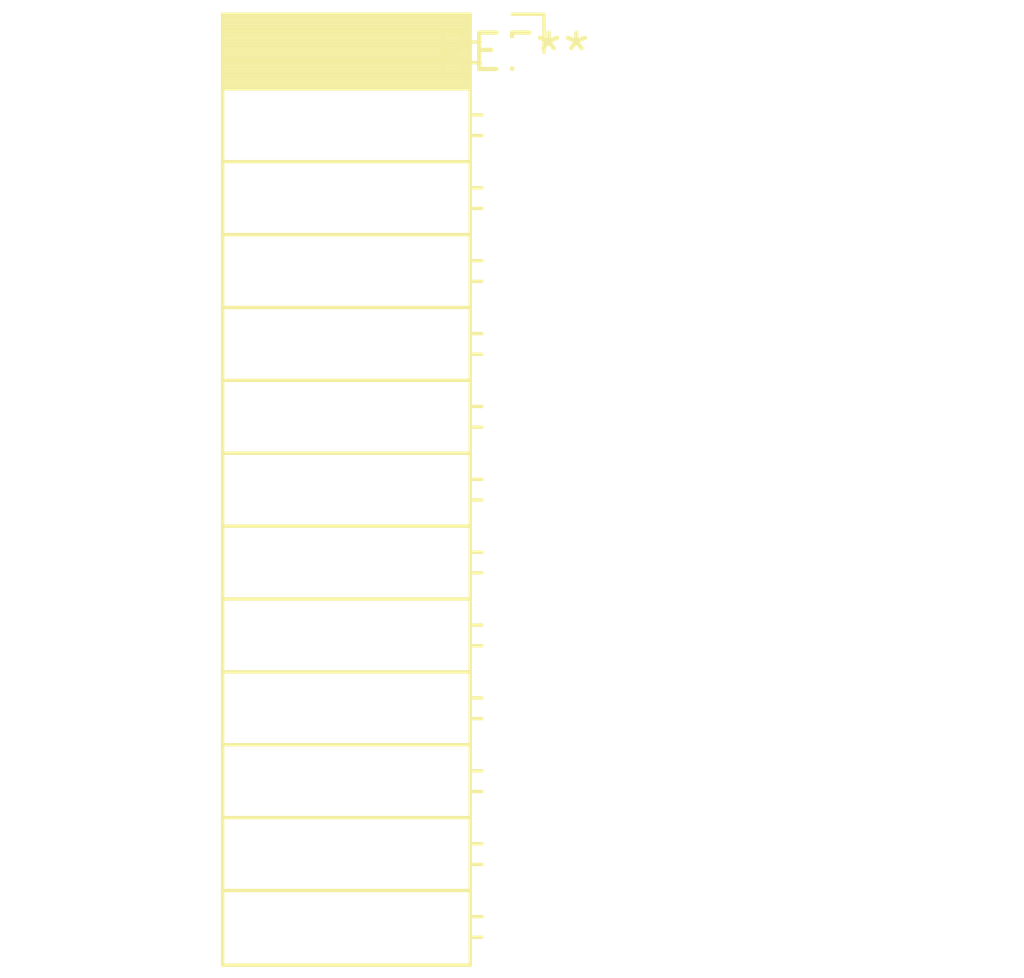
<source format=kicad_pcb>
(kicad_pcb (version 20240108) (generator pcbnew)
  (layers (0 "F.Cu" signal) (31 "B.Cu" signal) (34 "B.Paste" user) (35 "F.Paste" user) (36 "B.SilkS" user "B.Silkscreen") (37 "F.SilkS" user "F.Silkscreen") (38 "B.Mask" user) (39 "F.Mask" user) (44 "Edge.Cuts" user))
  (net 0 "")
  (footprint "PinSocket_1x13_P2.54mm_Horizontal" (layer "F.Cu") (at 0 0)
    (property "Reference" "REF**")
    (property "Value" "PinSocket_1x13_P2.54mm_Horizontal")
    (fp_line (start -10.09 -1.33) (end -10.09 31.81) (layer "F.SilkS") (stroke (width 0.12)))
    (fp_line (start -10.09 -1.33) (end -1.46 -1.33) (layer "F.SilkS") (stroke (width 0.12)))
    (fp_line (start -10.09 -1.21) (end -1.46 -1.21) (layer "F.SilkS") (stroke (width 0.12)))
    (fp_line (start -10.09 -1.091905) (end -1.46 -1.091905) (layer "F.SilkS") (stroke (width 0.12)))
    (fp_line (start -10.09 -0.97381) (end -1.46 -0.97381) (layer "F.SilkS") (stroke (width 0.12)))
    (fp_line (start -10.09 -0.855715) (end -1.46 -0.855715) (layer "F.SilkS") (stroke (width 0.12)))
    (fp_line (start -10.09 -0.73762) (end -1.46 -0.73762) (layer "F.SilkS") (stroke (width 0.12)))
    (fp_line (start -10.09 -0.619525) (end -1.46 -0.619525) (layer "F.SilkS") (stroke (width 0.12)))
    (fp_line (start -10.09 -0.50143) (end -1.46 -0.50143) (layer "F.SilkS") (stroke (width 0.12)))
    (fp_line (start -10.09 -0.383335) (end -1.46 -0.383335) (layer "F.SilkS") (stroke (width 0.12)))
    (fp_line (start -10.09 -0.26524) (end -1.46 -0.26524) (layer "F.SilkS") (stroke (width 0.12)))
    (fp_line (start -10.09 -0.147145) (end -1.46 -0.147145) (layer "F.SilkS") (stroke (width 0.12)))
    (fp_line (start -10.09 -0.02905) (end -1.46 -0.02905) (layer "F.SilkS") (stroke (width 0.12)))
    (fp_line (start -10.09 0.089045) (end -1.46 0.089045) (layer "F.SilkS") (stroke (width 0.12)))
    (fp_line (start -10.09 0.20714) (end -1.46 0.20714) (layer "F.SilkS") (stroke (width 0.12)))
    (fp_line (start -10.09 0.325235) (end -1.46 0.325235) (layer "F.SilkS") (stroke (width 0.12)))
    (fp_line (start -10.09 0.44333) (end -1.46 0.44333) (layer "F.SilkS") (stroke (width 0.12)))
    (fp_line (start -10.09 0.561425) (end -1.46 0.561425) (layer "F.SilkS") (stroke (width 0.12)))
    (fp_line (start -10.09 0.67952) (end -1.46 0.67952) (layer "F.SilkS") (stroke (width 0.12)))
    (fp_line (start -10.09 0.797615) (end -1.46 0.797615) (layer "F.SilkS") (stroke (width 0.12)))
    (fp_line (start -10.09 0.91571) (end -1.46 0.91571) (layer "F.SilkS") (stroke (width 0.12)))
    (fp_line (start -10.09 1.033805) (end -1.46 1.033805) (layer "F.SilkS") (stroke (width 0.12)))
    (fp_line (start -10.09 1.1519) (end -1.46 1.1519) (layer "F.SilkS") (stroke (width 0.12)))
    (fp_line (start -10.09 1.27) (end -1.46 1.27) (layer "F.SilkS") (stroke (width 0.12)))
    (fp_line (start -10.09 3.81) (end -1.46 3.81) (layer "F.SilkS") (stroke (width 0.12)))
    (fp_line (start -10.09 6.35) (end -1.46 6.35) (layer "F.SilkS") (stroke (width 0.12)))
    (fp_line (start -10.09 8.89) (end -1.46 8.89) (layer "F.SilkS") (stroke (width 0.12)))
    (fp_line (start -10.09 11.43) (end -1.46 11.43) (layer "F.SilkS") (stroke (width 0.12)))
    (fp_line (start -10.09 13.97) (end -1.46 13.97) (layer "F.SilkS") (stroke (width 0.12)))
    (fp_line (start -10.09 16.51) (end -1.46 16.51) (layer "F.SilkS") (stroke (width 0.12)))
    (fp_line (start -10.09 19.05) (end -1.46 19.05) (layer "F.SilkS") (stroke (width 0.12)))
    (fp_line (start -10.09 21.59) (end -1.46 21.59) (layer "F.SilkS") (stroke (width 0.12)))
    (fp_line (start -10.09 24.13) (end -1.46 24.13) (layer "F.SilkS") (stroke (width 0.12)))
    (fp_line (start -10.09 26.67) (end -1.46 26.67) (layer "F.SilkS") (stroke (width 0.12)))
    (fp_line (start -10.09 29.21) (end -1.46 29.21) (layer "F.SilkS") (stroke (width 0.12)))
    (fp_line (start -10.09 31.81) (end -1.46 31.81) (layer "F.SilkS") (stroke (width 0.12)))
    (fp_line (start -1.46 -1.33) (end -1.46 31.81) (layer "F.SilkS") (stroke (width 0.12)))
    (fp_line (start -1.46 -0.36) (end -1.11 -0.36) (layer "F.SilkS") (stroke (width 0.12)))
    (fp_line (start -1.46 0.36) (end -1.11 0.36) (layer "F.SilkS") (stroke (width 0.12)))
    (fp_line (start -1.46 2.18) (end -1.05 2.18) (layer "F.SilkS") (stroke (width 0.12)))
    (fp_line (start -1.46 2.9) (end -1.05 2.9) (layer "F.SilkS") (stroke (width 0.12)))
    (fp_line (start -1.46 4.72) (end -1.05 4.72) (layer "F.SilkS") (stroke (width 0.12)))
    (fp_line (start -1.46 5.44) (end -1.05 5.44) (layer "F.SilkS") (stroke (width 0.12)))
    (fp_line (start -1.46 7.26) (end -1.05 7.26) (layer "F.SilkS") (stroke (width 0.12)))
    (fp_line (start -1.46 7.98) (end -1.05 7.98) (layer "F.SilkS") (stroke (width 0.12)))
    (fp_line (start -1.46 9.8) (end -1.05 9.8) (layer "F.SilkS") (stroke (width 0.12)))
    (fp_line (start -1.46 10.52) (end -1.05 10.52) (layer "F.SilkS") (stroke (width 0.12)))
    (fp_line (start -1.46 12.34) (end -1.05 12.34) (layer "F.SilkS") (stroke (width 0.12)))
    (fp_line (start -1.46 13.06) (end -1.05 13.06) (layer "F.SilkS") (stroke (width 0.12)))
    (fp_line (start -1.46 14.88) (end -1.05 14.88) (layer "F.SilkS") (stroke (width 0.12)))
    (fp_line (start -1.46 15.6) (end -1.05 15.6) (layer "F.SilkS") (stroke (width 0.12)))
    (fp_line (start -1.46 17.42) (end -1.05 17.42) (layer "F.SilkS") (stroke (width 0.12)))
    (fp_line (start -1.46 18.14) (end -1.05 18.14) (layer "F.SilkS") (stroke (width 0.12)))
    (fp_line (start -1.46 19.96) (end -1.05 19.96) (layer "F.SilkS") (stroke (width 0.12)))
    (fp_line (start -1.46 20.68) (end -1.05 20.68) (layer "F.SilkS") (stroke (width 0.12)))
    (fp_line (start -1.46 22.5) (end -1.05 22.5) (layer "F.SilkS") (stroke (width 0.12)))
    (fp_line (start -1.46 23.22) (end -1.05 23.22) (layer "F.SilkS") (stroke (width 0.12)))
    (fp_line (start -1.46 25.04) (end -1.05 25.04) (layer "F.SilkS") (stroke (width 0.12)))
    (fp_line (start -1.46 25.76) (end -1.05 25.76) (layer "F.SilkS") (stroke (width 0.12)))
    (fp_line (start -1.46 27.58) (end -1.05 27.58) (layer "F.SilkS") (stroke (width 0.12)))
    (fp_line (start -1.46 28.3) (end -1.05 28.3) (layer "F.SilkS") (stroke (width 0.12)))
    (fp_line (start -1.46 30.12) (end -1.05 30.12) (layer "F.SilkS") (stroke (width 0.12)))
    (fp_line (start -1.46 30.84) (end -1.05 30.84) (layer "F.SilkS") (stroke (width 0.12)))
    (fp_line (start 0 -1.33) (end 1.11 -1.33) (layer "F.SilkS") (stroke (width 0.12)))
    (fp_line (start 1.11 -1.33) (end 1.11 0) (layer "F.SilkS") (stroke (width 0.12)))
    (pad "1" thru_hole rect (at 0 0) (size 1.7 1.7) (drill 1) (layers *.Cu *.Mask) (remove_unused_layers))
    (pad "2" thru_hole oval (at 0 2.54) (size 1.7 1.7) (drill 1) (layers *.Cu *.Mask) (remove_unused_layers))
    (pad "3" thru_hole oval (at 0 5.08) (size 1.7 1.7) (drill 1) (layers *.Cu *.Mask) (remove_unused_layers))
    (pad "4" thru_hole oval (at 0 7.62) (size 1.7 1.7) (drill 1) (layers *.Cu *.Mask) (remove_unused_layers))
    (pad "5" thru_hole oval (at 0 10.16) (size 1.7 1.7) (drill 1) (layers *.Cu *.Mask) (remove_unused_layers))
    (pad "6" thru_hole oval (at 0 12.7) (size 1.7 1.7) (drill 1) (layers *.Cu *.Mask) (remove_unused_layers))
    (pad "7" thru_hole oval (at 0 15.24) (size 1.7 1.7) (drill 1) (layers *.Cu *.Mask) (remove_unused_layers))
    (pad "8" thru_hole oval (at 0 17.78) (size 1.7 1.7) (drill 1) (layers *.Cu *.Mask) (remove_unused_layers))
    (pad "9" thru_hole oval (at 0 20.32) (size 1.7 1.7) (drill 1) (layers *.Cu *.Mask) (remove_unused_layers))
    (pad "10" thru_hole oval (at 0 22.86) (size 1.7 1.7) (drill 1) (layers *.Cu *.Mask) (remove_unused_layers))
    (pad "11" thru_hole oval (at 0 25.4) (size 1.7 1.7) (drill 1) (layers *.Cu *.Mask) (remove_unused_layers))
    (pad "12" thru_hole oval (at 0 27.94) (size 1.7 1.7) (drill 1) (layers *.Cu *.Mask) (remove_unused_layers))
    (pad "13" thru_hole oval (at 0 30.48) (size 1.7 1.7) (drill 1) (layers *.Cu *.Mask) (remove_unused_layers))
  )
)
</source>
